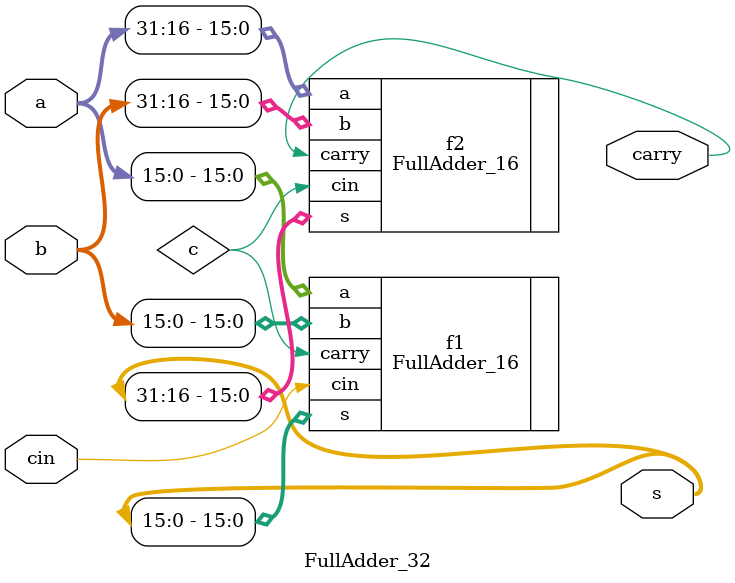
<source format=v>
`timescale 1ns / 1ps
module FullAdder_32(a,b,cin,s,carry);
	input [31:0] a,b;
	input cin;
	output [31:0] s;
	output carry;
	wire c;
	FullAdder_16 f1 (.a(a[15:0]),.b(b[15:0]),.cin(cin),.s(s[15:0]),.carry(c));
	FullAdder_16 f2 (.a(a[31:16]),.b(b[31:16]),.cin(c),.s(s[31:16]),.carry(carry));

endmodule
</source>
